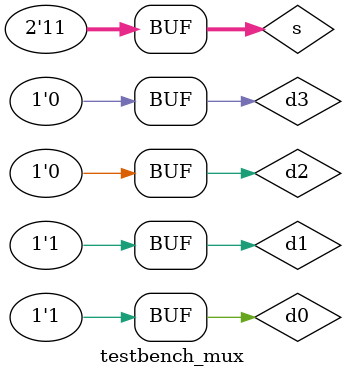
<source format=v>

module testbench_mux;
    reg d0,d1,d2,d3;
    reg [1:0]s;
    wire y;
    mux m(d0,d1,d2,d3,s,y);
    initial
    begin
	d0=1;d1=1;d2=0; d3=0;
            s=2'b00;
        #10 s=2'b01;
        #10 s=2'b10;
        #10 s=2'b11;
    end
endmodule
</source>
